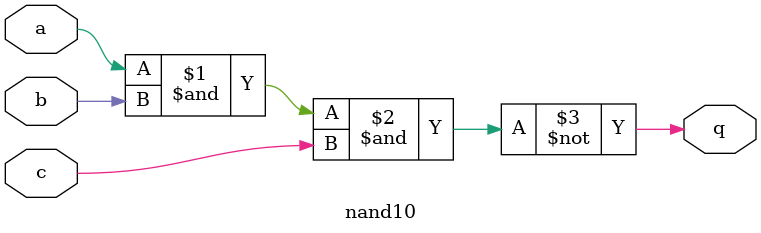
<source format=v>
`timescale 1ns/1ps

/*
74x10 NAND gate (one gate of 3)

Sources:
Texas Instruments: https://www.ti.com/lit/ds/scas529d/scas529d.pdf

Timings:		rise		fall
SN74AC10        10.5ns      10ns
*/

module nand10(
		input a,
		input b,
        input c,
		output q
	);

	parameter RISE_TIME = 10.5,
			  FALL_TIME = 10;
	
	assign #(RISE_TIME, FALL_TIME) q = ~(a & b & c);
endmodule
</source>
